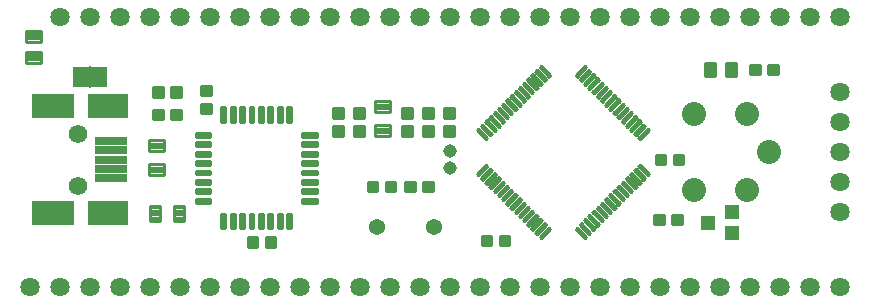
<source format=gts>
G75*
%MOIN*%
%OFA0B0*%
%FSLAX24Y24*%
%IPPOS*%
%LPD*%
%AMOC8*
5,1,8,0,0,1.08239X$1,22.5*
%
%ADD10C,0.0095*%
%ADD11C,0.0087*%
%ADD12C,0.0540*%
%ADD13C,0.0450*%
%ADD14C,0.0103*%
%ADD15C,0.0115*%
%ADD16R,0.1060X0.0260*%
%ADD17R,0.1438X0.0847*%
%ADD18R,0.1320X0.0847*%
%ADD19C,0.0621*%
%ADD20C,0.0645*%
%ADD21R,0.0510X0.0460*%
%ADD22C,0.0800*%
%ADD23R,0.0520X0.0690*%
%ADD24R,0.0060X0.0720*%
D10*
X017264Y005502D02*
X017309Y005457D01*
X017000Y005148D01*
X016955Y005193D01*
X017264Y005502D01*
X017094Y005242D02*
X017004Y005242D01*
X017098Y005336D02*
X017188Y005336D01*
X017192Y005430D02*
X017282Y005430D01*
X017405Y005360D02*
X017450Y005315D01*
X017141Y005006D01*
X017096Y005051D01*
X017405Y005360D01*
X017235Y005100D02*
X017145Y005100D01*
X017239Y005194D02*
X017329Y005194D01*
X017333Y005288D02*
X017423Y005288D01*
X017547Y005219D02*
X017592Y005174D01*
X017283Y004865D01*
X017238Y004910D01*
X017547Y005219D01*
X017377Y004959D02*
X017287Y004959D01*
X017381Y005053D02*
X017471Y005053D01*
X017475Y005147D02*
X017565Y005147D01*
X017681Y005085D02*
X017726Y005040D01*
X017417Y004731D01*
X017372Y004776D01*
X017681Y005085D01*
X017511Y004825D02*
X017421Y004825D01*
X017515Y004919D02*
X017605Y004919D01*
X017609Y005013D02*
X017699Y005013D01*
X017822Y004943D02*
X017867Y004898D01*
X017558Y004589D01*
X017513Y004634D01*
X017822Y004943D01*
X017652Y004683D02*
X017562Y004683D01*
X017656Y004777D02*
X017746Y004777D01*
X017750Y004871D02*
X017840Y004871D01*
X017964Y004802D02*
X018009Y004757D01*
X017700Y004448D01*
X017655Y004493D01*
X017964Y004802D01*
X017794Y004542D02*
X017704Y004542D01*
X017798Y004636D02*
X017888Y004636D01*
X017892Y004730D02*
X017982Y004730D01*
X018098Y004667D02*
X018143Y004622D01*
X017834Y004313D01*
X017789Y004358D01*
X018098Y004667D01*
X017928Y004407D02*
X017838Y004407D01*
X017932Y004501D02*
X018022Y004501D01*
X018026Y004595D02*
X018116Y004595D01*
X018240Y004526D02*
X018285Y004481D01*
X017976Y004172D01*
X017931Y004217D01*
X018240Y004526D01*
X018070Y004266D02*
X017980Y004266D01*
X018074Y004360D02*
X018164Y004360D01*
X018168Y004454D02*
X018258Y004454D01*
X018381Y004385D02*
X018426Y004340D01*
X018117Y004031D01*
X018072Y004076D01*
X018381Y004385D01*
X018211Y004125D02*
X018121Y004125D01*
X018215Y004219D02*
X018305Y004219D01*
X018309Y004313D02*
X018399Y004313D01*
X018522Y004243D02*
X018567Y004198D01*
X018258Y003889D01*
X018213Y003934D01*
X018522Y004243D01*
X018352Y003983D02*
X018262Y003983D01*
X018356Y004077D02*
X018446Y004077D01*
X018450Y004171D02*
X018540Y004171D01*
X018657Y004109D02*
X018702Y004064D01*
X018393Y003755D01*
X018348Y003800D01*
X018657Y004109D01*
X018487Y003849D02*
X018397Y003849D01*
X018491Y003943D02*
X018581Y003943D01*
X018585Y004037D02*
X018675Y004037D01*
X018798Y003967D02*
X018843Y003922D01*
X018534Y003613D01*
X018489Y003658D01*
X018798Y003967D01*
X018628Y003707D02*
X018538Y003707D01*
X018632Y003801D02*
X018722Y003801D01*
X018726Y003895D02*
X018816Y003895D01*
X018940Y003826D02*
X018985Y003781D01*
X018676Y003472D01*
X018631Y003517D01*
X018940Y003826D01*
X018770Y003566D02*
X018680Y003566D01*
X018774Y003660D02*
X018864Y003660D01*
X018868Y003754D02*
X018958Y003754D01*
X019074Y003692D02*
X019119Y003647D01*
X018810Y003338D01*
X018765Y003383D01*
X019074Y003692D01*
X018904Y003432D02*
X018814Y003432D01*
X018908Y003526D02*
X018998Y003526D01*
X019002Y003620D02*
X019092Y003620D01*
X019215Y003550D02*
X019260Y003505D01*
X018951Y003196D01*
X018906Y003241D01*
X019215Y003550D01*
X019045Y003290D02*
X018955Y003290D01*
X019049Y003384D02*
X019139Y003384D01*
X019143Y003478D02*
X019233Y003478D01*
X019357Y003409D02*
X019402Y003364D01*
X019093Y003055D01*
X019048Y003100D01*
X019357Y003409D01*
X019187Y003149D02*
X019097Y003149D01*
X019191Y003243D02*
X019281Y003243D01*
X019285Y003337D02*
X019375Y003337D01*
X020248Y003364D02*
X020293Y003409D01*
X020602Y003100D01*
X020557Y003055D01*
X020248Y003364D01*
X020463Y003149D02*
X020553Y003149D01*
X020459Y003243D02*
X020369Y003243D01*
X020365Y003337D02*
X020275Y003337D01*
X020390Y003505D02*
X020435Y003550D01*
X020744Y003241D01*
X020699Y003196D01*
X020390Y003505D01*
X020605Y003290D02*
X020695Y003290D01*
X020601Y003384D02*
X020511Y003384D01*
X020507Y003478D02*
X020417Y003478D01*
X020531Y003647D02*
X020576Y003692D01*
X020885Y003383D01*
X020840Y003338D01*
X020531Y003647D01*
X020746Y003432D02*
X020836Y003432D01*
X020742Y003526D02*
X020652Y003526D01*
X020648Y003620D02*
X020558Y003620D01*
X020665Y003781D02*
X020710Y003826D01*
X021019Y003517D01*
X020974Y003472D01*
X020665Y003781D01*
X020880Y003566D02*
X020970Y003566D01*
X020876Y003660D02*
X020786Y003660D01*
X020782Y003754D02*
X020692Y003754D01*
X020807Y003922D02*
X020852Y003967D01*
X021161Y003658D01*
X021116Y003613D01*
X020807Y003922D01*
X021022Y003707D02*
X021112Y003707D01*
X021018Y003801D02*
X020928Y003801D01*
X020924Y003895D02*
X020834Y003895D01*
X020948Y004064D02*
X020993Y004109D01*
X021302Y003800D01*
X021257Y003755D01*
X020948Y004064D01*
X021163Y003849D02*
X021253Y003849D01*
X021159Y003943D02*
X021069Y003943D01*
X021065Y004037D02*
X020975Y004037D01*
X021083Y004198D02*
X021128Y004243D01*
X021437Y003934D01*
X021392Y003889D01*
X021083Y004198D01*
X021298Y003983D02*
X021388Y003983D01*
X021294Y004077D02*
X021204Y004077D01*
X021200Y004171D02*
X021110Y004171D01*
X021224Y004340D02*
X021269Y004385D01*
X021578Y004076D01*
X021533Y004031D01*
X021224Y004340D01*
X021439Y004125D02*
X021529Y004125D01*
X021435Y004219D02*
X021345Y004219D01*
X021341Y004313D02*
X021251Y004313D01*
X021365Y004481D02*
X021410Y004526D01*
X021719Y004217D01*
X021674Y004172D01*
X021365Y004481D01*
X021580Y004266D02*
X021670Y004266D01*
X021576Y004360D02*
X021486Y004360D01*
X021482Y004454D02*
X021392Y004454D01*
X021507Y004622D02*
X021552Y004667D01*
X021861Y004358D01*
X021816Y004313D01*
X021507Y004622D01*
X021722Y004407D02*
X021812Y004407D01*
X021718Y004501D02*
X021628Y004501D01*
X021624Y004595D02*
X021534Y004595D01*
X021641Y004757D02*
X021686Y004802D01*
X021995Y004493D01*
X021950Y004448D01*
X021641Y004757D01*
X021856Y004542D02*
X021946Y004542D01*
X021852Y004636D02*
X021762Y004636D01*
X021758Y004730D02*
X021668Y004730D01*
X021783Y004898D02*
X021828Y004943D01*
X022137Y004634D01*
X022092Y004589D01*
X021783Y004898D01*
X021998Y004683D02*
X022088Y004683D01*
X021994Y004777D02*
X021904Y004777D01*
X021900Y004871D02*
X021810Y004871D01*
X021924Y005040D02*
X021969Y005085D01*
X022278Y004776D01*
X022233Y004731D01*
X021924Y005040D01*
X022139Y004825D02*
X022229Y004825D01*
X022135Y004919D02*
X022045Y004919D01*
X022041Y005013D02*
X021951Y005013D01*
X022058Y005174D02*
X022103Y005219D01*
X022412Y004910D01*
X022367Y004865D01*
X022058Y005174D01*
X022273Y004959D02*
X022363Y004959D01*
X022269Y005053D02*
X022179Y005053D01*
X022175Y005147D02*
X022085Y005147D01*
X022200Y005315D02*
X022245Y005360D01*
X022554Y005051D01*
X022509Y005006D01*
X022200Y005315D01*
X022415Y005100D02*
X022505Y005100D01*
X022411Y005194D02*
X022321Y005194D01*
X022317Y005288D02*
X022227Y005288D01*
X022341Y005457D02*
X022386Y005502D01*
X022695Y005193D01*
X022650Y005148D01*
X022341Y005457D01*
X022556Y005242D02*
X022646Y005242D01*
X022552Y005336D02*
X022462Y005336D01*
X022458Y005430D02*
X022368Y005430D01*
X022695Y006657D02*
X022650Y006702D01*
X022695Y006657D02*
X022386Y006348D01*
X022341Y006393D01*
X022650Y006702D01*
X022480Y006442D02*
X022390Y006442D01*
X022484Y006536D02*
X022574Y006536D01*
X022578Y006630D02*
X022668Y006630D01*
X022554Y006799D02*
X022509Y006844D01*
X022554Y006799D02*
X022245Y006490D01*
X022200Y006535D01*
X022509Y006844D01*
X022339Y006584D02*
X022249Y006584D01*
X022343Y006678D02*
X022433Y006678D01*
X022437Y006772D02*
X022527Y006772D01*
X022412Y006940D02*
X022367Y006985D01*
X022412Y006940D02*
X022103Y006631D01*
X022058Y006676D01*
X022367Y006985D01*
X022197Y006725D02*
X022107Y006725D01*
X022201Y006819D02*
X022291Y006819D01*
X022295Y006913D02*
X022385Y006913D01*
X022278Y007074D02*
X022233Y007119D01*
X022278Y007074D02*
X021969Y006765D01*
X021924Y006810D01*
X022233Y007119D01*
X022063Y006859D02*
X021973Y006859D01*
X022067Y006953D02*
X022157Y006953D01*
X022161Y007047D02*
X022251Y007047D01*
X022137Y007216D02*
X022092Y007261D01*
X022137Y007216D02*
X021828Y006907D01*
X021783Y006952D01*
X022092Y007261D01*
X021922Y007001D02*
X021832Y007001D01*
X021926Y007095D02*
X022016Y007095D01*
X022020Y007189D02*
X022110Y007189D01*
X021995Y007357D02*
X021950Y007402D01*
X021995Y007357D02*
X021686Y007048D01*
X021641Y007093D01*
X021950Y007402D01*
X021780Y007142D02*
X021690Y007142D01*
X021784Y007236D02*
X021874Y007236D01*
X021878Y007330D02*
X021968Y007330D01*
X021861Y007492D02*
X021816Y007537D01*
X021861Y007492D02*
X021552Y007183D01*
X021507Y007228D01*
X021816Y007537D01*
X021646Y007277D02*
X021556Y007277D01*
X021650Y007371D02*
X021740Y007371D01*
X021744Y007465D02*
X021834Y007465D01*
X021719Y007633D02*
X021674Y007678D01*
X021719Y007633D02*
X021410Y007324D01*
X021365Y007369D01*
X021674Y007678D01*
X021504Y007418D02*
X021414Y007418D01*
X021508Y007512D02*
X021598Y007512D01*
X021602Y007606D02*
X021692Y007606D01*
X021578Y007774D02*
X021533Y007819D01*
X021578Y007774D02*
X021269Y007465D01*
X021224Y007510D01*
X021533Y007819D01*
X021363Y007559D02*
X021273Y007559D01*
X021367Y007653D02*
X021457Y007653D01*
X021461Y007747D02*
X021551Y007747D01*
X021437Y007916D02*
X021392Y007961D01*
X021437Y007916D02*
X021128Y007607D01*
X021083Y007652D01*
X021392Y007961D01*
X021222Y007701D02*
X021132Y007701D01*
X021226Y007795D02*
X021316Y007795D01*
X021320Y007889D02*
X021410Y007889D01*
X021302Y008050D02*
X021257Y008095D01*
X021302Y008050D02*
X020993Y007741D01*
X020948Y007786D01*
X021257Y008095D01*
X021087Y007835D02*
X020997Y007835D01*
X021091Y007929D02*
X021181Y007929D01*
X021185Y008023D02*
X021275Y008023D01*
X021161Y008192D02*
X021116Y008237D01*
X021161Y008192D02*
X020852Y007883D01*
X020807Y007928D01*
X021116Y008237D01*
X020946Y007977D02*
X020856Y007977D01*
X020950Y008071D02*
X021040Y008071D01*
X021044Y008165D02*
X021134Y008165D01*
X021019Y008333D02*
X020974Y008378D01*
X021019Y008333D02*
X020710Y008024D01*
X020665Y008069D01*
X020974Y008378D01*
X020804Y008118D02*
X020714Y008118D01*
X020808Y008212D02*
X020898Y008212D01*
X020902Y008306D02*
X020992Y008306D01*
X020885Y008467D02*
X020840Y008512D01*
X020885Y008467D02*
X020576Y008158D01*
X020531Y008203D01*
X020840Y008512D01*
X020670Y008252D02*
X020580Y008252D01*
X020674Y008346D02*
X020764Y008346D01*
X020768Y008440D02*
X020858Y008440D01*
X020744Y008609D02*
X020699Y008654D01*
X020744Y008609D02*
X020435Y008300D01*
X020390Y008345D01*
X020699Y008654D01*
X020529Y008394D02*
X020439Y008394D01*
X020533Y008488D02*
X020623Y008488D01*
X020627Y008582D02*
X020717Y008582D01*
X020602Y008750D02*
X020557Y008795D01*
X020602Y008750D02*
X020293Y008441D01*
X020248Y008486D01*
X020557Y008795D01*
X020387Y008535D02*
X020297Y008535D01*
X020391Y008629D02*
X020481Y008629D01*
X020485Y008723D02*
X020575Y008723D01*
X019093Y008795D02*
X019048Y008750D01*
X019093Y008795D02*
X019402Y008486D01*
X019357Y008441D01*
X019048Y008750D01*
X019263Y008535D02*
X019353Y008535D01*
X019259Y008629D02*
X019169Y008629D01*
X019165Y008723D02*
X019075Y008723D01*
X018951Y008654D02*
X018906Y008609D01*
X018951Y008654D02*
X019260Y008345D01*
X019215Y008300D01*
X018906Y008609D01*
X019121Y008394D02*
X019211Y008394D01*
X019117Y008488D02*
X019027Y008488D01*
X019023Y008582D02*
X018933Y008582D01*
X018810Y008512D02*
X018765Y008467D01*
X018810Y008512D02*
X019119Y008203D01*
X019074Y008158D01*
X018765Y008467D01*
X018980Y008252D02*
X019070Y008252D01*
X018976Y008346D02*
X018886Y008346D01*
X018882Y008440D02*
X018792Y008440D01*
X018676Y008378D02*
X018631Y008333D01*
X018676Y008378D02*
X018985Y008069D01*
X018940Y008024D01*
X018631Y008333D01*
X018846Y008118D02*
X018936Y008118D01*
X018842Y008212D02*
X018752Y008212D01*
X018748Y008306D02*
X018658Y008306D01*
X018534Y008237D02*
X018489Y008192D01*
X018534Y008237D02*
X018843Y007928D01*
X018798Y007883D01*
X018489Y008192D01*
X018704Y007977D02*
X018794Y007977D01*
X018700Y008071D02*
X018610Y008071D01*
X018606Y008165D02*
X018516Y008165D01*
X018393Y008095D02*
X018348Y008050D01*
X018393Y008095D02*
X018702Y007786D01*
X018657Y007741D01*
X018348Y008050D01*
X018563Y007835D02*
X018653Y007835D01*
X018559Y007929D02*
X018469Y007929D01*
X018465Y008023D02*
X018375Y008023D01*
X018258Y007961D02*
X018213Y007916D01*
X018258Y007961D02*
X018567Y007652D01*
X018522Y007607D01*
X018213Y007916D01*
X018428Y007701D02*
X018518Y007701D01*
X018424Y007795D02*
X018334Y007795D01*
X018330Y007889D02*
X018240Y007889D01*
X018117Y007819D02*
X018072Y007774D01*
X018117Y007819D02*
X018426Y007510D01*
X018381Y007465D01*
X018072Y007774D01*
X018287Y007559D02*
X018377Y007559D01*
X018283Y007653D02*
X018193Y007653D01*
X018189Y007747D02*
X018099Y007747D01*
X017976Y007678D02*
X017931Y007633D01*
X017976Y007678D02*
X018285Y007369D01*
X018240Y007324D01*
X017931Y007633D01*
X018146Y007418D02*
X018236Y007418D01*
X018142Y007512D02*
X018052Y007512D01*
X018048Y007606D02*
X017958Y007606D01*
X017834Y007537D02*
X017789Y007492D01*
X017834Y007537D02*
X018143Y007228D01*
X018098Y007183D01*
X017789Y007492D01*
X018004Y007277D02*
X018094Y007277D01*
X018000Y007371D02*
X017910Y007371D01*
X017906Y007465D02*
X017816Y007465D01*
X017700Y007402D02*
X017655Y007357D01*
X017700Y007402D02*
X018009Y007093D01*
X017964Y007048D01*
X017655Y007357D01*
X017870Y007142D02*
X017960Y007142D01*
X017866Y007236D02*
X017776Y007236D01*
X017772Y007330D02*
X017682Y007330D01*
X017558Y007261D02*
X017513Y007216D01*
X017558Y007261D02*
X017867Y006952D01*
X017822Y006907D01*
X017513Y007216D01*
X017728Y007001D02*
X017818Y007001D01*
X017724Y007095D02*
X017634Y007095D01*
X017630Y007189D02*
X017540Y007189D01*
X017417Y007119D02*
X017372Y007074D01*
X017417Y007119D02*
X017726Y006810D01*
X017681Y006765D01*
X017372Y007074D01*
X017587Y006859D02*
X017677Y006859D01*
X017583Y006953D02*
X017493Y006953D01*
X017489Y007047D02*
X017399Y007047D01*
X017283Y006985D02*
X017238Y006940D01*
X017283Y006985D02*
X017592Y006676D01*
X017547Y006631D01*
X017238Y006940D01*
X017453Y006725D02*
X017543Y006725D01*
X017449Y006819D02*
X017359Y006819D01*
X017355Y006913D02*
X017265Y006913D01*
X017141Y006844D02*
X017096Y006799D01*
X017141Y006844D02*
X017450Y006535D01*
X017405Y006490D01*
X017096Y006799D01*
X017311Y006584D02*
X017401Y006584D01*
X017307Y006678D02*
X017217Y006678D01*
X017213Y006772D02*
X017123Y006772D01*
X017000Y006702D02*
X016955Y006657D01*
X017000Y006702D02*
X017309Y006393D01*
X017264Y006348D01*
X016955Y006657D01*
X017170Y006442D02*
X017260Y006442D01*
X017166Y006536D02*
X017076Y006536D01*
X017072Y006630D02*
X016982Y006630D01*
D11*
X011612Y006567D02*
X011612Y006437D01*
X011126Y006437D01*
X011126Y006567D01*
X011612Y006567D01*
X011612Y006523D02*
X011126Y006523D01*
X011612Y006252D02*
X011612Y006122D01*
X011126Y006122D01*
X011126Y006252D01*
X011612Y006252D01*
X011612Y006208D02*
X011126Y006208D01*
X011612Y005937D02*
X011612Y005807D01*
X011126Y005807D01*
X011126Y005937D01*
X011612Y005937D01*
X011612Y005893D02*
X011126Y005893D01*
X011612Y005622D02*
X011612Y005492D01*
X011126Y005492D01*
X011126Y005622D01*
X011612Y005622D01*
X011612Y005578D02*
X011126Y005578D01*
X011612Y005308D02*
X011612Y005178D01*
X011126Y005178D01*
X011126Y005308D01*
X011612Y005308D01*
X011612Y005264D02*
X011126Y005264D01*
X011612Y004993D02*
X011612Y004863D01*
X011126Y004863D01*
X011126Y004993D01*
X011612Y004993D01*
X011612Y004949D02*
X011126Y004949D01*
X011612Y004678D02*
X011612Y004548D01*
X011126Y004548D01*
X011126Y004678D01*
X011612Y004678D01*
X011612Y004634D02*
X011126Y004634D01*
X011612Y004363D02*
X011612Y004233D01*
X011126Y004233D01*
X011126Y004363D01*
X011612Y004363D01*
X011612Y004319D02*
X011126Y004319D01*
X010767Y003874D02*
X010637Y003874D01*
X010767Y003874D02*
X010767Y003388D01*
X010637Y003388D01*
X010637Y003874D01*
X010637Y003474D02*
X010767Y003474D01*
X010767Y003560D02*
X010637Y003560D01*
X010637Y003646D02*
X010767Y003646D01*
X010767Y003732D02*
X010637Y003732D01*
X010637Y003818D02*
X010767Y003818D01*
X010452Y003874D02*
X010322Y003874D01*
X010452Y003874D02*
X010452Y003388D01*
X010322Y003388D01*
X010322Y003874D01*
X010322Y003474D02*
X010452Y003474D01*
X010452Y003560D02*
X010322Y003560D01*
X010322Y003646D02*
X010452Y003646D01*
X010452Y003732D02*
X010322Y003732D01*
X010322Y003818D02*
X010452Y003818D01*
X010137Y003874D02*
X010007Y003874D01*
X010137Y003874D02*
X010137Y003388D01*
X010007Y003388D01*
X010007Y003874D01*
X010007Y003474D02*
X010137Y003474D01*
X010137Y003560D02*
X010007Y003560D01*
X010007Y003646D02*
X010137Y003646D01*
X010137Y003732D02*
X010007Y003732D01*
X010007Y003818D02*
X010137Y003818D01*
X009822Y003874D02*
X009692Y003874D01*
X009822Y003874D02*
X009822Y003388D01*
X009692Y003388D01*
X009692Y003874D01*
X009692Y003474D02*
X009822Y003474D01*
X009822Y003560D02*
X009692Y003560D01*
X009692Y003646D02*
X009822Y003646D01*
X009822Y003732D02*
X009692Y003732D01*
X009692Y003818D02*
X009822Y003818D01*
X009508Y003874D02*
X009378Y003874D01*
X009508Y003874D02*
X009508Y003388D01*
X009378Y003388D01*
X009378Y003874D01*
X009378Y003474D02*
X009508Y003474D01*
X009508Y003560D02*
X009378Y003560D01*
X009378Y003646D02*
X009508Y003646D01*
X009508Y003732D02*
X009378Y003732D01*
X009378Y003818D02*
X009508Y003818D01*
X009193Y003874D02*
X009063Y003874D01*
X009193Y003874D02*
X009193Y003388D01*
X009063Y003388D01*
X009063Y003874D01*
X009063Y003474D02*
X009193Y003474D01*
X009193Y003560D02*
X009063Y003560D01*
X009063Y003646D02*
X009193Y003646D01*
X009193Y003732D02*
X009063Y003732D01*
X009063Y003818D02*
X009193Y003818D01*
X008878Y003874D02*
X008748Y003874D01*
X008878Y003874D02*
X008878Y003388D01*
X008748Y003388D01*
X008748Y003874D01*
X008748Y003474D02*
X008878Y003474D01*
X008878Y003560D02*
X008748Y003560D01*
X008748Y003646D02*
X008878Y003646D01*
X008878Y003732D02*
X008748Y003732D01*
X008748Y003818D02*
X008878Y003818D01*
X008563Y003874D02*
X008433Y003874D01*
X008563Y003874D02*
X008563Y003388D01*
X008433Y003388D01*
X008433Y003874D01*
X008433Y003474D02*
X008563Y003474D01*
X008563Y003560D02*
X008433Y003560D01*
X008433Y003646D02*
X008563Y003646D01*
X008563Y003732D02*
X008433Y003732D01*
X008433Y003818D02*
X008563Y003818D01*
X008074Y004233D02*
X008074Y004363D01*
X008074Y004233D02*
X007588Y004233D01*
X007588Y004363D01*
X008074Y004363D01*
X008074Y004319D02*
X007588Y004319D01*
X008074Y004548D02*
X008074Y004678D01*
X008074Y004548D02*
X007588Y004548D01*
X007588Y004678D01*
X008074Y004678D01*
X008074Y004634D02*
X007588Y004634D01*
X008074Y004863D02*
X008074Y004993D01*
X008074Y004863D02*
X007588Y004863D01*
X007588Y004993D01*
X008074Y004993D01*
X008074Y004949D02*
X007588Y004949D01*
X008074Y005178D02*
X008074Y005308D01*
X008074Y005178D02*
X007588Y005178D01*
X007588Y005308D01*
X008074Y005308D01*
X008074Y005264D02*
X007588Y005264D01*
X008074Y005492D02*
X008074Y005622D01*
X008074Y005492D02*
X007588Y005492D01*
X007588Y005622D01*
X008074Y005622D01*
X008074Y005578D02*
X007588Y005578D01*
X008074Y005807D02*
X008074Y005937D01*
X008074Y005807D02*
X007588Y005807D01*
X007588Y005937D01*
X008074Y005937D01*
X008074Y005893D02*
X007588Y005893D01*
X008074Y006122D02*
X008074Y006252D01*
X008074Y006122D02*
X007588Y006122D01*
X007588Y006252D01*
X008074Y006252D01*
X008074Y006208D02*
X007588Y006208D01*
X008074Y006437D02*
X008074Y006567D01*
X008074Y006437D02*
X007588Y006437D01*
X007588Y006567D01*
X008074Y006567D01*
X008074Y006523D02*
X007588Y006523D01*
X008433Y007412D02*
X008563Y007412D01*
X008563Y006926D01*
X008433Y006926D01*
X008433Y007412D01*
X008433Y007012D02*
X008563Y007012D01*
X008563Y007098D02*
X008433Y007098D01*
X008433Y007184D02*
X008563Y007184D01*
X008563Y007270D02*
X008433Y007270D01*
X008433Y007356D02*
X008563Y007356D01*
X008748Y007412D02*
X008878Y007412D01*
X008878Y006926D01*
X008748Y006926D01*
X008748Y007412D01*
X008748Y007012D02*
X008878Y007012D01*
X008878Y007098D02*
X008748Y007098D01*
X008748Y007184D02*
X008878Y007184D01*
X008878Y007270D02*
X008748Y007270D01*
X008748Y007356D02*
X008878Y007356D01*
X009063Y007412D02*
X009193Y007412D01*
X009193Y006926D01*
X009063Y006926D01*
X009063Y007412D01*
X009063Y007012D02*
X009193Y007012D01*
X009193Y007098D02*
X009063Y007098D01*
X009063Y007184D02*
X009193Y007184D01*
X009193Y007270D02*
X009063Y007270D01*
X009063Y007356D02*
X009193Y007356D01*
X009378Y007412D02*
X009508Y007412D01*
X009508Y006926D01*
X009378Y006926D01*
X009378Y007412D01*
X009378Y007012D02*
X009508Y007012D01*
X009508Y007098D02*
X009378Y007098D01*
X009378Y007184D02*
X009508Y007184D01*
X009508Y007270D02*
X009378Y007270D01*
X009378Y007356D02*
X009508Y007356D01*
X009692Y007412D02*
X009822Y007412D01*
X009822Y006926D01*
X009692Y006926D01*
X009692Y007412D01*
X009692Y007012D02*
X009822Y007012D01*
X009822Y007098D02*
X009692Y007098D01*
X009692Y007184D02*
X009822Y007184D01*
X009822Y007270D02*
X009692Y007270D01*
X009692Y007356D02*
X009822Y007356D01*
X010007Y007412D02*
X010137Y007412D01*
X010137Y006926D01*
X010007Y006926D01*
X010007Y007412D01*
X010007Y007012D02*
X010137Y007012D01*
X010137Y007098D02*
X010007Y007098D01*
X010007Y007184D02*
X010137Y007184D01*
X010137Y007270D02*
X010007Y007270D01*
X010007Y007356D02*
X010137Y007356D01*
X010322Y007412D02*
X010452Y007412D01*
X010452Y006926D01*
X010322Y006926D01*
X010322Y007412D01*
X010322Y007012D02*
X010452Y007012D01*
X010452Y007098D02*
X010322Y007098D01*
X010322Y007184D02*
X010452Y007184D01*
X010452Y007270D02*
X010322Y007270D01*
X010322Y007356D02*
X010452Y007356D01*
X010637Y007412D02*
X010767Y007412D01*
X010767Y006926D01*
X010637Y006926D01*
X010637Y007412D01*
X010637Y007012D02*
X010767Y007012D01*
X010767Y007098D02*
X010637Y007098D01*
X010637Y007184D02*
X010767Y007184D01*
X010767Y007270D02*
X010637Y007270D01*
X010637Y007356D02*
X010767Y007356D01*
D12*
X013625Y003425D03*
X015525Y003425D03*
D13*
X016075Y005405D03*
X016075Y005945D03*
D14*
X016179Y006471D02*
X016179Y006779D01*
X016179Y006471D02*
X015871Y006471D01*
X015871Y006779D01*
X016179Y006779D01*
X016179Y006573D02*
X015871Y006573D01*
X015871Y006675D02*
X016179Y006675D01*
X016179Y006777D02*
X015871Y006777D01*
X015171Y006779D02*
X015171Y006471D01*
X015171Y006779D02*
X015479Y006779D01*
X015479Y006471D01*
X015171Y006471D01*
X015171Y006573D02*
X015479Y006573D01*
X015479Y006675D02*
X015171Y006675D01*
X015171Y006777D02*
X015479Y006777D01*
X014779Y006779D02*
X014779Y006471D01*
X014471Y006471D01*
X014471Y006779D01*
X014779Y006779D01*
X014779Y006573D02*
X014471Y006573D01*
X014471Y006675D02*
X014779Y006675D01*
X014779Y006777D02*
X014471Y006777D01*
X014779Y007071D02*
X014779Y007379D01*
X014779Y007071D02*
X014471Y007071D01*
X014471Y007379D01*
X014779Y007379D01*
X014779Y007173D02*
X014471Y007173D01*
X014471Y007275D02*
X014779Y007275D01*
X014779Y007377D02*
X014471Y007377D01*
X015171Y007379D02*
X015171Y007071D01*
X015171Y007379D02*
X015479Y007379D01*
X015479Y007071D01*
X015171Y007071D01*
X015171Y007173D02*
X015479Y007173D01*
X015479Y007275D02*
X015171Y007275D01*
X015171Y007377D02*
X015479Y007377D01*
X016179Y007379D02*
X016179Y007071D01*
X015871Y007071D01*
X015871Y007379D01*
X016179Y007379D01*
X016179Y007173D02*
X015871Y007173D01*
X015871Y007275D02*
X016179Y007275D01*
X016179Y007377D02*
X015871Y007377D01*
X012871Y007379D02*
X012871Y007071D01*
X012871Y007379D02*
X013179Y007379D01*
X013179Y007071D01*
X012871Y007071D01*
X012871Y007173D02*
X013179Y007173D01*
X013179Y007275D02*
X012871Y007275D01*
X012871Y007377D02*
X013179Y007377D01*
X012479Y007379D02*
X012479Y007071D01*
X012171Y007071D01*
X012171Y007379D01*
X012479Y007379D01*
X012479Y007173D02*
X012171Y007173D01*
X012171Y007275D02*
X012479Y007275D01*
X012479Y007377D02*
X012171Y007377D01*
X012479Y006779D02*
X012479Y006471D01*
X012171Y006471D01*
X012171Y006779D01*
X012479Y006779D01*
X012479Y006573D02*
X012171Y006573D01*
X012171Y006675D02*
X012479Y006675D01*
X012479Y006777D02*
X012171Y006777D01*
X012871Y006779D02*
X012871Y006471D01*
X012871Y006779D02*
X013179Y006779D01*
X013179Y006471D01*
X012871Y006471D01*
X012871Y006573D02*
X013179Y006573D01*
X013179Y006675D02*
X012871Y006675D01*
X012871Y006777D02*
X013179Y006777D01*
X013321Y004621D02*
X013629Y004621D01*
X013321Y004621D02*
X013321Y004929D01*
X013629Y004929D01*
X013629Y004621D01*
X013629Y004723D02*
X013321Y004723D01*
X013321Y004825D02*
X013629Y004825D01*
X013629Y004927D02*
X013321Y004927D01*
X013921Y004621D02*
X014229Y004621D01*
X013921Y004621D02*
X013921Y004929D01*
X014229Y004929D01*
X014229Y004621D01*
X014229Y004723D02*
X013921Y004723D01*
X013921Y004825D02*
X014229Y004825D01*
X014229Y004927D02*
X013921Y004927D01*
X014571Y004929D02*
X014879Y004929D01*
X014879Y004621D01*
X014571Y004621D01*
X014571Y004929D01*
X014571Y004723D02*
X014879Y004723D01*
X014879Y004825D02*
X014571Y004825D01*
X014571Y004927D02*
X014879Y004927D01*
X015171Y004929D02*
X015479Y004929D01*
X015479Y004621D01*
X015171Y004621D01*
X015171Y004929D01*
X015171Y004723D02*
X015479Y004723D01*
X015479Y004825D02*
X015171Y004825D01*
X015171Y004927D02*
X015479Y004927D01*
X017121Y002821D02*
X017429Y002821D01*
X017121Y002821D02*
X017121Y003129D01*
X017429Y003129D01*
X017429Y002821D01*
X017429Y002923D02*
X017121Y002923D01*
X017121Y003025D02*
X017429Y003025D01*
X017429Y003127D02*
X017121Y003127D01*
X017721Y002821D02*
X018029Y002821D01*
X017721Y002821D02*
X017721Y003129D01*
X018029Y003129D01*
X018029Y002821D01*
X018029Y002923D02*
X017721Y002923D01*
X017721Y003025D02*
X018029Y003025D01*
X018029Y003127D02*
X017721Y003127D01*
X022871Y003521D02*
X023179Y003521D01*
X022871Y003521D02*
X022871Y003829D01*
X023179Y003829D01*
X023179Y003521D01*
X023179Y003623D02*
X022871Y003623D01*
X022871Y003725D02*
X023179Y003725D01*
X023179Y003827D02*
X022871Y003827D01*
X023471Y003521D02*
X023779Y003521D01*
X023471Y003521D02*
X023471Y003829D01*
X023779Y003829D01*
X023779Y003521D01*
X023779Y003623D02*
X023471Y003623D01*
X023471Y003725D02*
X023779Y003725D01*
X023779Y003827D02*
X023471Y003827D01*
X023521Y005521D02*
X023829Y005521D01*
X023521Y005521D02*
X023521Y005829D01*
X023829Y005829D01*
X023829Y005521D01*
X023829Y005623D02*
X023521Y005623D01*
X023521Y005725D02*
X023829Y005725D01*
X023829Y005827D02*
X023521Y005827D01*
X023229Y005521D02*
X022921Y005521D01*
X022921Y005829D01*
X023229Y005829D01*
X023229Y005521D01*
X023229Y005623D02*
X022921Y005623D01*
X022921Y005725D02*
X023229Y005725D01*
X023229Y005827D02*
X022921Y005827D01*
X024571Y008446D02*
X024879Y008446D01*
X024571Y008446D02*
X024571Y008904D01*
X024879Y008904D01*
X024879Y008446D01*
X024879Y008548D02*
X024571Y008548D01*
X024571Y008650D02*
X024879Y008650D01*
X024879Y008752D02*
X024571Y008752D01*
X024571Y008854D02*
X024879Y008854D01*
X025271Y008446D02*
X025579Y008446D01*
X025271Y008446D02*
X025271Y008904D01*
X025579Y008904D01*
X025579Y008446D01*
X025579Y008548D02*
X025271Y008548D01*
X025271Y008650D02*
X025579Y008650D01*
X025579Y008752D02*
X025271Y008752D01*
X025271Y008854D02*
X025579Y008854D01*
X026071Y008829D02*
X026379Y008829D01*
X026379Y008521D01*
X026071Y008521D01*
X026071Y008829D01*
X026071Y008623D02*
X026379Y008623D01*
X026379Y008725D02*
X026071Y008725D01*
X026071Y008827D02*
X026379Y008827D01*
X026671Y008829D02*
X026979Y008829D01*
X026979Y008521D01*
X026671Y008521D01*
X026671Y008829D01*
X026671Y008623D02*
X026979Y008623D01*
X026979Y008725D02*
X026671Y008725D01*
X026671Y008827D02*
X026979Y008827D01*
X010229Y002771D02*
X009921Y002771D01*
X009921Y003079D01*
X010229Y003079D01*
X010229Y002771D01*
X010229Y002873D02*
X009921Y002873D01*
X009921Y002975D02*
X010229Y002975D01*
X010229Y003077D02*
X009921Y003077D01*
X009629Y002771D02*
X009321Y002771D01*
X009321Y003079D01*
X009629Y003079D01*
X009629Y002771D01*
X009629Y002873D02*
X009321Y002873D01*
X009321Y002975D02*
X009629Y002975D01*
X009629Y003077D02*
X009321Y003077D01*
X007079Y007021D02*
X006771Y007021D01*
X006771Y007329D01*
X007079Y007329D01*
X007079Y007021D01*
X007079Y007123D02*
X006771Y007123D01*
X006771Y007225D02*
X007079Y007225D01*
X007079Y007327D02*
X006771Y007327D01*
X006479Y007021D02*
X006171Y007021D01*
X006171Y007329D01*
X006479Y007329D01*
X006479Y007021D01*
X006479Y007123D02*
X006171Y007123D01*
X006171Y007225D02*
X006479Y007225D01*
X006479Y007327D02*
X006171Y007327D01*
X006171Y007771D02*
X006479Y007771D01*
X006171Y007771D02*
X006171Y008079D01*
X006479Y008079D01*
X006479Y007771D01*
X006479Y007873D02*
X006171Y007873D01*
X006171Y007975D02*
X006479Y007975D01*
X006479Y008077D02*
X006171Y008077D01*
X006771Y007771D02*
X007079Y007771D01*
X006771Y007771D02*
X006771Y008079D01*
X007079Y008079D01*
X007079Y007771D01*
X007079Y007873D02*
X006771Y007873D01*
X006771Y007975D02*
X007079Y007975D01*
X007079Y008077D02*
X006771Y008077D01*
X008079Y008129D02*
X008079Y007821D01*
X007771Y007821D01*
X007771Y008129D01*
X008079Y008129D01*
X008079Y007923D02*
X007771Y007923D01*
X007771Y008025D02*
X008079Y008025D01*
X008079Y008127D02*
X007771Y008127D01*
X008079Y007529D02*
X008079Y007221D01*
X007771Y007221D01*
X007771Y007529D01*
X008079Y007529D01*
X008079Y007323D02*
X007771Y007323D01*
X007771Y007425D02*
X008079Y007425D01*
X008079Y007527D02*
X007771Y007527D01*
D15*
X006027Y006323D02*
X006027Y005977D01*
X006027Y006323D02*
X006523Y006323D01*
X006523Y005977D01*
X006027Y005977D01*
X006027Y006091D02*
X006523Y006091D01*
X006523Y006205D02*
X006027Y006205D01*
X006027Y006319D02*
X006523Y006319D01*
X006027Y005523D02*
X006027Y005177D01*
X006027Y005523D02*
X006523Y005523D01*
X006523Y005177D01*
X006027Y005177D01*
X006027Y005291D02*
X006523Y005291D01*
X006523Y005405D02*
X006027Y005405D01*
X006027Y005519D02*
X006523Y005519D01*
X006398Y004123D02*
X006052Y004123D01*
X006398Y004123D02*
X006398Y003627D01*
X006052Y003627D01*
X006052Y004123D01*
X006052Y003741D02*
X006398Y003741D01*
X006398Y003855D02*
X006052Y003855D01*
X006052Y003969D02*
X006398Y003969D01*
X006398Y004083D02*
X006052Y004083D01*
X006852Y004123D02*
X007198Y004123D01*
X007198Y003627D01*
X006852Y003627D01*
X006852Y004123D01*
X006852Y003741D02*
X007198Y003741D01*
X007198Y003855D02*
X006852Y003855D01*
X006852Y003969D02*
X007198Y003969D01*
X007198Y004083D02*
X006852Y004083D01*
X013577Y006477D02*
X013577Y006823D01*
X014073Y006823D01*
X014073Y006477D01*
X013577Y006477D01*
X013577Y006591D02*
X014073Y006591D01*
X014073Y006705D02*
X013577Y006705D01*
X013577Y006819D02*
X014073Y006819D01*
X013577Y007277D02*
X013577Y007623D01*
X014073Y007623D01*
X014073Y007277D01*
X013577Y007277D01*
X013577Y007391D02*
X014073Y007391D01*
X014073Y007505D02*
X013577Y007505D01*
X013577Y007619D02*
X014073Y007619D01*
X002423Y008902D02*
X002423Y009248D01*
X002423Y008902D02*
X001927Y008902D01*
X001927Y009248D01*
X002423Y009248D01*
X002423Y009016D02*
X001927Y009016D01*
X001927Y009130D02*
X002423Y009130D01*
X002423Y009244D02*
X001927Y009244D01*
X002423Y009602D02*
X002423Y009948D01*
X002423Y009602D02*
X001927Y009602D01*
X001927Y009948D01*
X002423Y009948D01*
X002423Y009716D02*
X001927Y009716D01*
X001927Y009830D02*
X002423Y009830D01*
X002423Y009944D02*
X001927Y009944D01*
D16*
X004766Y006305D03*
X004766Y005990D03*
X004766Y005675D03*
X004766Y005360D03*
X004766Y005045D03*
D17*
X002821Y003903D03*
X002821Y007447D03*
D18*
X004658Y007447D03*
X004658Y003903D03*
D19*
X003656Y004809D03*
X003656Y006541D03*
D20*
X002075Y001425D03*
X003075Y001425D03*
X004075Y001425D03*
X005075Y001425D03*
X006075Y001425D03*
X007075Y001425D03*
X008075Y001425D03*
X009075Y001425D03*
X010075Y001425D03*
X011075Y001425D03*
X012075Y001425D03*
X013075Y001425D03*
X014075Y001425D03*
X015075Y001425D03*
X016075Y001425D03*
X017075Y001425D03*
X018075Y001425D03*
X019075Y001425D03*
X020075Y001425D03*
X021075Y001425D03*
X022075Y001425D03*
X023075Y001425D03*
X024075Y001425D03*
X025075Y001425D03*
X026075Y001425D03*
X027075Y001425D03*
X028075Y001425D03*
X029075Y001425D03*
X029075Y003925D03*
X029075Y004925D03*
X029075Y005925D03*
X029075Y006925D03*
X029075Y007925D03*
X029075Y010425D03*
X028075Y010425D03*
X027075Y010425D03*
X026075Y010425D03*
X025075Y010425D03*
X024075Y010425D03*
X023075Y010425D03*
X022075Y010425D03*
X021075Y010425D03*
X020075Y010425D03*
X019075Y010425D03*
X018075Y010425D03*
X017075Y010425D03*
X016075Y010425D03*
X015075Y010425D03*
X014075Y010425D03*
X013075Y010425D03*
X012075Y010425D03*
X011075Y010425D03*
X010075Y010425D03*
X009075Y010425D03*
X008075Y010425D03*
X007075Y010425D03*
X006075Y010425D03*
X005075Y010425D03*
X004075Y010425D03*
X003075Y010425D03*
D21*
X024675Y003575D03*
X025475Y003225D03*
X025475Y003925D03*
D22*
X025965Y004645D03*
X024185Y004645D03*
X026689Y005925D03*
X025965Y007205D03*
X024185Y007205D03*
D23*
X004375Y008425D03*
X003775Y008425D03*
D24*
X004075Y008425D03*
M02*

</source>
